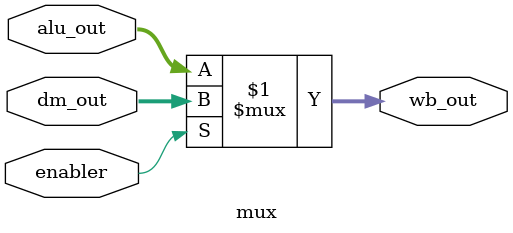
<source format=v>
`timescale 1ns / 1ps


module mux(
    input [31:0] alu_out,
    input [31:0] dm_out,
    input enabler,
    output [31:0] wb_out
    );
    assign wb_out = enabler ? dm_out : alu_out;
endmodule

</source>
